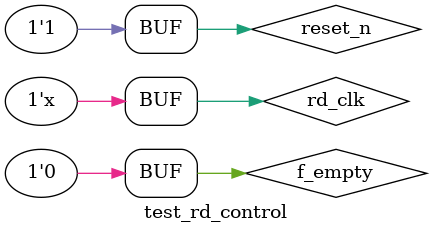
<source format=v>
`timescale 1ns / 1ps


module test_rd_control;

	// Inputs
	reg rd_clk;
	reg f_empty;
	reg reset_n;

	// Outputs
	wire MSB_rd_ptr;
	wire [2:0] b_rd_ptr;
	wire [3:0] rd_ptr;

	// Instantiate the Unit Under Test (UUT)
	read_control_top uut (
		.rd_clk(rd_clk), 
		.f_empty(f_empty), 
		.reset_n(reset_n), 
		.MSB_rd_ptr(MSB_rd_ptr), 
		.b_rd_ptr(b_rd_ptr), 
		.rd_ptr(rd_ptr)
	);

	always #20 rd_clk =~ rd_clk;
	
	initial begin
		// Initialize Inputs
		rd_clk = 0;
		f_empty = 0;
		reset_n = 0;
		#100;
	
		f_empty = 0;
		reset_n = 1;
		#100;
		
		f_empty = 1;
		reset_n = 0;
		#100;
		
		f_empty = 1;
		reset_n = 1;
		#100;
		
		f_empty = 0;
		reset_n = 1;
		#100;
	end
      
endmodule


</source>
